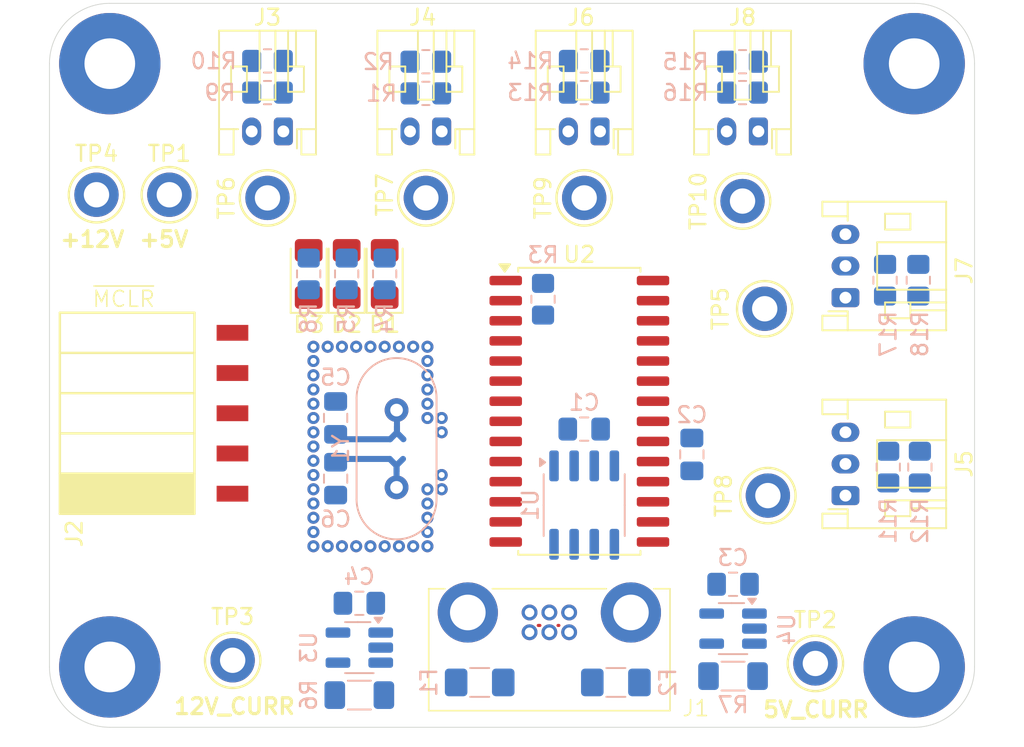
<source format=kicad_pcb>
(kicad_pcb (version 20240108) (generator "pcbnew") (generator_version "8.0")
  (layers (0 "F.Cu" signal) (31 "B.Cu" signal) (34 "B.Paste" user) (35 "F.Paste" user) (36 "B.SilkS" user "B.Silkscreen") (37 "F.SilkS" user "F.Silkscreen") (38 "B.Mask" user) (39 "F.Mask" user) (44 "Edge.Cuts" user))
  (net 0 "")
  (net 1 "GND")
  (net 2 "+5V")
  (net 3 "/MCU/OSC1")
  (net 4 "/MCU/OSC2")
  (net 5 "Net-(D1-A)")
  (net 6 "/MCU/LED_GREEN")
  (net 7 "/MCU/LED_YELLOW")
  (net 8 "Net-(D2-A)")
  (net 9 "Net-(D3-A)")
  (net 10 "/MCU/LED_RED")
  (net 11 "Net-(J1-Pin_6)")
  (net 12 "Net-(U3-IN+)")
  (net 13 "Net-(J1-Pin_5)")
  (net 14 "Net-(U4-IN+)")
  (net 15 "/MCU/ICSPCLK")
  (net 16 "/MCU/ICSPDAT")
  (net 17 "Net-(J3-Pin_1)")
  (net 18 "Net-(J4-Pin_1)")
  (net 19 "Net-(J5-Pin_2)")
  (net 20 "Net-(J6-Pin_1)")
  (net 21 "Net-(J7-Pin_2)")
  (net 22 "+12V")
  (net 23 "/MCU/~{MCLR}")
  (net 24 "/Analog Sensor Input/2ANALOG_1")
  (net 25 "/Analog Sensor Input/2ANALOG_2")
  (net 26 "/Analog Sensor Input/2ANALOG_3")
  (net 27 "/Analog Sensor Input/2ANALOG_4")
  (net 28 "/Analog Sensor Input/3ANALOG_1")
  (net 29 "/Analog Sensor Input/3ANALOG_2")
  (net 30 "/5V_CURR")
  (net 31 "/12V_CURR")
  (net 32 "CANL")
  (net 33 "/MCU/CAN_RX")
  (net 34 "CANH")
  (net 35 "/MCU/CAN_TX")
  (net 42 "Net-(J8-Pin_1)")
  (footprint "Connector_JST:JST_PH_S3B-PH-K_1x03_P2.00mm_Horizontal" (layer "F.Cu") (at 120.5 89 90)
    (property "Reference" "J5" (at 2 7.5 90) (layer "F.SilkS"))
    (property "Value" "Conn_01x03_Female")
    (pad "1" thru_hole roundrect (at 0 0 90) (size 1.2 1.75) (drill 0.75) (layers "*.Cu" "*.Mask") (roundrect_rratio 0.208333) (net 1 "GND"))
    (pad "2" thru_hole oval (at 2 0 90) (size 1.2 1.75) (drill 0.75) (layers "*.Cu" "*.Mask") (net 19 "Net-(J5-Pin_2)"))
    (pad "3" thru_hole oval (at 4 0 90) (size 1.2 1.75) (drill 0.75) (layers "*.Cu" "*.Mask") (net 2 "+5V"))
  )
  (footprint "Connector_JST:JST_PH_S2B-PH-K_1x02_P2.00mm_Horizontal" (layer "F.Cu") (at 95 66 180)
    (property "Reference" "J4" (at 1.2 7.2 0) (layer "F.SilkS"))
    (property "Value" "Conn_01x02_Female-Connector")
    (pad "1" thru_hole roundrect (at 0 0 180) (size 1.2 1.75) (drill 0.75) (layers "*.Cu" "*.Mask") (roundrect_rratio 0.208333) (net 18 "Net-(J4-Pin_1)"))
    (pad "2" thru_hole oval (at 2 0 180) (size 1.2 1.75) (drill 0.75) (layers "*.Cu" "*.Mask") (net 22 "+12V"))
  )
  (footprint "TestPoint:TestPoint_Keystone_5005-5009_Compact" (layer "F.Cu") (at 114 70.4)
    (property "Reference" "TP10" (at -2.8 0 90) (layer "F.SilkS"))
    (property "Value" "TestPoint")
    (pad "1" thru_hole circle (at 0 0) (size 2.8 2.8) (drill 1.6) (layers "*.Cu" "*.Mask") (net 27 "/Analog Sensor Input/2ANALOG_4"))
  )
  (footprint "LED_SMD:LED_1206_3216Metric_Pad1.42x1.75mm_HandSolder" (layer "F.Cu") (at 89 75 90)
    (property "Reference" "D2" (at -3.2 0 360) (layer "F.SilkS"))
    (property "Value" "WHITE")
    (pad "1" smd roundrect (at -1.4875 0 90) (size 1.425 1.75) (layers "F.Cu" "F.Paste" "F.Mask") (roundrect_rratio 0.175439) (net 7 "/MCU/LED_YELLOW"))
    (pad "2" smd roundrect (at 1.4875 0 90) (size 1.425 1.75) (layers "F.Cu" "F.Paste" "F.Mask") (roundrect_rratio 0.175439) (net 8 "Net-(D2-A)"))
  )
  (footprint "MountingHole:MountingHole_3.2mm_M3_Pad" (layer "F.Cu") (at 124.841 99.822)
    (property "Reference" "H3" (hide yes))
    (property "Value" "MountingHole_Pad")
    (pad "1" thru_hole circle (at 0 0) (size 6.4 6.4) (drill 3.2) (layers "*.Cu" "*.Mask") (net 1 "GND"))
  )
  (footprint "TestPoint:TestPoint_Keystone_5005-5009_Compact" (layer "F.Cu") (at 73.2 70)
    (property "Reference" "TP4" (at 0 -2.6 360) (layer "F.SilkS"))
    (property "Value" "TP_12V")
    (pad "1" thru_hole circle (at 0 0) (size 2.8 2.8) (drill 1.6) (layers "*.Cu" "*.Mask") (net 22 "+12V"))
  )
  (footprint "TestPoint:TestPoint_Keystone_5005-5009_Compact" (layer "F.Cu") (at 94 70.2)
    (property "Reference" "TP7" (at -2.6 -0.2 90) (layer "F.SilkS"))
    (property "Value" "TestPoint")
    (pad "1" thru_hole circle (at 0 0) (size 2.8 2.8) (drill 1.6) (layers "*.Cu" "*.Mask") (net 25 "/Analog Sensor Input/2ANALOG_2"))
  )
  (footprint "LED_SMD:LED_1206_3216Metric_Pad1.42x1.75mm_HandSolder" (layer "F.Cu") (at 86.6 75 90)
    (property "Reference" "D3" (at -3.2 0.02 360) (layer "F.SilkS"))
    (property "Value" "RED")
    (pad "1" smd roundrect (at -1.4875 0 90) (size 1.425 1.75) (layers "F.Cu" "F.Paste" "F.Mask") (roundrect_rratio 0.175439) (net 10 "/MCU/LED_RED"))
    (pad "2" smd roundrect (at 1.4875 0 90) (size 1.425 1.75) (layers "F.Cu" "F.Paste" "F.Mask") (roundrect_rratio 0.175439) (net 9 "Net-(D3-A)"))
  )
  (footprint "Connector_JST:JST_PH_S2B-PH-K_1x02_P2.00mm_Horizontal" (layer "F.Cu") (at 115 66 180)
    (property "Reference" "J8" (at 1 7.2 0) (layer "F.SilkS"))
    (property "Value" "Conn_01x02_Female-Connector")
    (pad "1" thru_hole roundrect (at 0 0 180) (size 1.2 1.75) (drill 0.75) (layers "*.Cu" "*.Mask") (roundrect_rratio 0.208333) (net 42 "Net-(J8-Pin_1)"))
    (pad "2" thru_hole oval (at 2 0 180) (size 1.2 1.75) (drill 0.75) (layers "*.Cu" "*.Mask") (net 22 "+12V"))
  )
  (footprint "MountingHole:MountingHole_3.2mm_M3_Pad" (layer "F.Cu") (at 74.041 61.722)
    (property "Reference" "H2" (hide yes))
    (property "Value" "+5V")
    (pad "1" thru_hole circle (at 0 0) (size 6.4 6.4) (drill 3.2) (layers "*.Cu" "*.Mask") (net 1 "GND"))
  )
  (footprint "Connector_JST:JST_PH_S2B-PH-K_1x02_P2.00mm_Horizontal" (layer "F.Cu") (at 85 66 180)
    (property "Reference" "J3" (at 1 7.2 0) (layer "F.SilkS"))
    (property "Value" "Conn_01x02_Female-Connector")
    (pad "1" thru_hole roundrect (at 0 0 180) (size 1.2 1.75) (drill 0.75) (layers "*.Cu" "*.Mask") (roundrect_rratio 0.208333) (net 17 "Net-(J3-Pin_1)"))
    (pad "2" thru_hole oval (at 2 0 180) (size 1.2 1.75) (drill 0.75) (layers "*.Cu" "*.Mask") (net 22 "+12V"))
  )
  (footprint "TestPoint:TestPoint_Keystone_5005-5009_Compact" (layer "F.Cu") (at 115.4 77.2)
    (property "Reference" "TP5" (at -2.8 0 90) (layer "F.SilkS"))
    (property "Value" "TestPoint")
    (pad "1" thru_hole circle (at 0 0) (size 2.8 2.8) (drill 1.6) (layers "*.Cu" "*.Mask") (net 28 "/Analog Sensor Input/3ANALOG_1"))
  )
  (footprint "TestPoint:TestPoint_Keystone_5005-5009_Compact" (layer "F.Cu") (at 118.6 99.6)
    (property "Reference" "TP2" (at 0 -2.75 0) (layer "F.SilkS"))
    (property "Value" "CURRAMP5V")
    (pad "1" thru_hole circle (at 0 0) (size 2.8 2.8) (drill 1.6) (layers "*.Cu" "*.Mask") (net 30 "/5V_CURR"))
  )
  (footprint "Connector_JST:JST_PH_S2B-PH-K_1x02_P2.00mm_Horizontal" (layer "F.Cu") (at 105 66 180)
    (property "Reference" "J6" (at 1.2 7.2 0) (layer "F.SilkS"))
    (property "Value" "Conn_01x02_Female-Connector")
    (pad "1" thru_hole roundrect (at 0 0 180) (size 1.2 1.75) (drill 0.75) (layers "*.Cu" "*.Mask") (roundrect_rratio 0.208333) (net 20 "Net-(J6-Pin_1)"))
    (pad "2" thru_hole oval (at 2 0 180) (size 1.2 1.75) (drill 0.75) (layers "*.Cu" "*.Mask") (net 22 "+12V"))
  )
  (footprint "Connector_JST:JST_PH_S3B-PH-K_1x03_P2.00mm_Horizontal" (layer "F.Cu") (at 120.5 76.5 90)
    (property "Reference" "J7" (at 1.7 7.5 90) (layer "F.SilkS"))
    (property "Value" "Conn_01x03_Female")
    (pad "1" thru_hole roundrect (at 0 0 90) (size 1.2 1.75) (drill 0.75) (layers "*.Cu" "*.Mask") (roundrect_rratio 0.208333) (net 1 "GND"))
    (pad "2" thru_hole oval (at 2 0 90) (size 1.2 1.75) (drill 0.75) (layers "*.Cu" "*.Mask") (net 21 "Net-(J7-Pin_2)"))
    (pad "3" thru_hole oval (at 4 0 90) (size 1.2 1.75) (drill 0.75) (layers "*.Cu" "*.Mask") (net 2 "+5V"))
  )
  (footprint "LED_SMD:LED_1206_3216Metric_Pad1.42x1.75mm_HandSolder" (layer "F.Cu") (at 91.4 75 90)
    (property "Reference" "D1" (at -3.2 0 360) (layer "F.SilkS"))
    (property "Value" "BLUE")
    (pad "1" smd roundrect (at -1.4875 0 90) (size 1.425 1.75) (layers "F.Cu" "F.Paste" "F.Mask") (roundrect_rratio 0.175439) (net 6 "/MCU/LED_GREEN"))
    (pad "2" smd roundrect (at 1.4875 0 90) (size 1.425 1.75) (layers "F.Cu" "F.Paste" "F.Mask") (roundrect_rratio 0.175439) (net 5 "Net-(D1-A)"))
  )
  (footprint "TestPoint:TestPoint_Keystone_5005-5009_Compact" (layer "F.Cu") (at 77.8 70)
    (property "Reference" "TP1" (at 0 -2.6 360) (layer "F.SilkS"))
    (property "Value" "TP_5V")
    (pad "1" thru_hole circle (at 0 0) (size 2.8 2.8) (drill 1.6) (layers "*.Cu" "*.Mask") (net 2 "+5V"))
  )
  (footprint "Canhw:connector_Harwin_G125–MG10605M4P" (layer "F.Cu") (at 101.8 96.381351)
    (property "Reference" "J1" (at 9.25 6.05 0) (layer "F.SilkS") (effects (font (thickness 0.1))))
    (property "Value" "CAN_Connector")
    (pad "" thru_hole circle (at -5.15 0) (size 3.8 3.8) (drill 2.25) (layers "*.Cu" "*.Mask"))
    (pad "" thru_hole circle (at 5.15 0) (size 3.8 3.8) (drill 2.25) (layers "*.Cu" "*.Mask"))
    (pad "1" thru_hole circle (at 1.25 0) (size 1 1) (drill 0.6) (layers "*.Cu" "*.Mask"))
    (pad "2" thru_hole circle (at 0 0) (size 1 1) (drill 0.6) (layers "*.Cu" "*.Mask") (net 32 "CANL"))
    (pad "3" thru_hole circle (at -1.25 0) (size 1 1) (drill 0.6) (layers "*.Cu" "*.Mask") (net 34 "CANH"))
    (pad "4" thru_hole circle (at 1.25 1.25) (size 1 1) (drill 0.6) (layers "*.Cu" "*.Mask") (net 1 "GND"))
    (pad "5" thru_hole circle (at 0 1.25) (size 1 1) (drill 0.6) (layers "*.Cu" "*.Mask") (net 13 "Net-(J1-Pin_5)"))
    (pad "6" thru_hole circle (at -1.25 1.25) (size 1 1) (drill 0.6) (layers "*.Cu" "*.Mask") (net 11 "Net-(J1-Pin_6)"))
  )
  (footprint "Package_SO:SOIC-28W_7.5x17.9mm_P1.27mm" (layer "F.Cu") (at 103.695 83.675)
    (property "Reference" "U2" (at 0 -9.9 360) (layer "F.SilkS"))
    (property "Value" "PIC18F26K83")
    (pad "1" smd roundrect (at -4.65 -8.255) (size 2.05 0.6) (layers "F.Cu" "F.Paste" "F.Mask") (net 23 "/MCU/~{MCLR}"))
    (pad "2" smd roundrect (at -4.65 -6.985) (size 2.05 0.6) (layers "F.Cu" "F.Paste" "F.Mask"))
    (pad "3" smd roundrect (at -4.65 -5.715) (size 2.05 0.6) (layers "F.Cu" "F.Paste" "F.Mask"))
    (pad "4" smd roundrect (at -4.65 -4.445) (size 2.05 0.6) (layers "F.Cu" "F.Paste" "F.Mask") (net 6 "/MCU/LED_GREEN"))
    (pad "5" smd roundrect (at -4.65 -3.175) (size 2.05 0.6) (layers "F.Cu" "F.Paste" "F.Mask") (net 7 "/MCU/LED_YELLOW"))
    (pad "6" smd roundrect (at -4.65 -1.905) (size 2.05 0.6) (layers "F.Cu" "F.Paste" "F.Mask") (net 10 "/MCU/LED_RED"))
    (pad "7" smd roundrect (at -4.65 -0.635) (size 2.05 0.6) (layers "F.Cu" "F.Paste" "F.Mask"))
    (pad "8" smd roundrect (at -4.65 0.635) (size 2.05 0.6) (layers "F.Cu" "F.Paste" "F.Mask") (net 1 "GND"))
    (pad "9" smd roundrect (at -4.65 1.905) (size 2.05 0.6) (layers "F.Cu" "F.Paste" "F.Mask") (net 3 "/MCU/OSC1"))
    (pad "10" smd roundrect (at -4.65 3.175) (size 2.05 0.6) (layers "F.Cu" "F.Paste" "F.Mask") (net 4 "/MCU/OSC2"))
    (pad "11" smd roundrect (at -4.65 4.445) (size 2.05 0.6) (layers "F.Cu" "F.Paste" "F.Mask") (net 33 "/MCU/CAN_RX"))
    (pad "12" smd roundrect (at -4.65 5.715) (size 2.05 0.6) (layers "F.Cu" "F.Paste" "F.Mask") (net 35 "/MCU/CAN_TX"))
    (pad "13" smd roundrect (at -4.65 6.985) (size 2.05 0.6) (layers "F.Cu" "F.Paste" "F.Mask") (net 31 "/12V_CURR"))
    (pad "14" smd roundrect (at -4.65 8.255) (size 2.05 0.6) (layers "F.Cu" "F.Paste" "F.Mask") (net 30 "/5V_CURR"))
    (pad "15" smd roundrect (at 4.65 8.255) (size 2.05 0.6) (layers "F.Cu" "F.Paste" "F.Mask"))
    (pad "16" smd roundrect (at 4.65 6.985) (size 2.05 0.6) (layers "F.Cu" "F.Paste" "F.Mask"))
    (pad "17" smd roundrect (at 4.65 5.715) (size 2.05 0.6) (layers "F.Cu" "F.Paste" "F.Mask"))
    (pad "18" smd roundrect (at 4.65 4.445) (size 2.05 0.6) (layers "F.Cu" "F.Paste" "F.Mask"))
    (pad "19" smd roundrect (at 4.65 3.175) (size 2.05 0.6) (layers "F.Cu" "F.Paste" "F.Mask") (net 1 "GND"))
    (pad "20" smd roundrect (at 4.65 1.905) (size 2.05 0.6) (layers "F.Cu" "F.Paste" "F.Mask") (net 2 "+5V"))
    (pad "21" smd roundrect (at 4.65 0.635) (size 2.05 0.6) (layers "F.Cu" "F.Paste" "F.Mask") (net 29 "/Analog Sensor Input/3ANALOG_2"))
    (pad "22" smd roundrect (at 4.65 -0.635) (size 2.05 0.6) (layers "F.Cu" "F.Paste" "F.Mask") (net 28 "/Analog Sensor Input/3ANALOG_1"))
    (pad "23" smd roundrect (at 4.65 -1.905) (size 2.05 0.6) (layers "F.Cu" "F.Paste" "F.Mask") (net 27 "/Analog Sensor Input/2ANALOG_4"))
    (pad "24" smd roundrect (at 4.65 -3.175) (size 2.05 0.6) (layers "F.Cu" "F.Paste" "F.Mask") (net 26 "/Analog Sensor Input/2ANALOG_3"))
    (pad "25" smd roundrect (at 4.65 -4.445) (size 2.05 0.6) (layers "F.Cu" "F.Paste" "F.Mask") (net 25 "/Analog Sensor Input/2ANALOG_2"))
    (pad "26" smd roundrect (at 4.65 -5.715) (size 2.05 0.6) (layers "F.Cu" "F.Paste" "F.Mask") (net 24 "/Analog Sensor Input/2ANALOG_1"))
    (pad "27" smd roundrect (at 4.65 -6.985) (size 2.05 0.6) (layers "F.Cu" "F.Paste" "F.Mask") (net 15 "/MCU/ICSPCLK"))
    (pad "28" smd roundrect (at 4.65 -8.255) (size 2.05 0.6) (layers "F.Cu" "F.Paste" "F.Mask") (net 16 "/MCU/ICSPDAT"))
  )
  (footprint "MountingHole:MountingHole_3.2mm_M3_Pad" (layer "F.Cu") (at 124.841 61.722)
    (property "Reference" "H1" (hide yes))
    (property "Value" "+5V")
    (pad "1" thru_hole circle (at 0 0) (size 6.4 6.4) (drill 3.2) (layers "*.Cu" "*.Mask") (net 1 "GND"))
  )
  (footprint "TestPoint:TestPoint_Keystone_5005-5009_Compact" (layer "F.Cu") (at 104 70.2)
    (property "Reference" "TP9" (at -2.6 0 90) (layer "F.SilkS"))
    (property "Value" "TestPoint")
    (pad "1" thru_hole circle (at 0 0) (size 2.8 2.8) (drill 1.6) (layers "*.Cu" "*.Mask") (net 26 "/Analog Sensor Input/2ANALOG_3"))
  )
  (footprint "TestPoint:TestPoint_Keystone_5005-5009_Compact" (layer "F.Cu") (at 115.6 89 90)
    (property "Reference" "TP8" (at 0 -2.8 90) (layer "F.SilkS"))
    (property "Value" "TestPoint")
    (pad "1" thru_hole circle (at 0 0 90) (size 2.8 2.8) (drill 1.6) (layers "*.Cu" "*.Mask") (net 29 "/Analog Sensor Input/3ANALOG_2"))
  )
  (footprint "Canhw:PinSocket_5x2.54_SMD_90deg_952-3198-1-ND" (layer "F.Cu") (at 81.7875 88.88 90)
    (property "Reference" "J2" (at -2.52 -9.9875 90) (layer "F.SilkS"))
    (property "Value" "Programming Header")
    (pad "1" smd rect (at 0 0 90) (size 1 2) (layers "F.Cu" "F.Paste" "F.Mask") (net 15 "/MCU/ICSPCLK"))
    (pad "2" smd rect (at 2.54 0 90) (size 1 2) (layers "F.Cu" "F.Paste" "F.Mask") (net 16 "/MCU/ICSPDAT"))
    (pad "3" smd rect (at 5.08 0 90) (size 1 2) (layers "F.Cu" "F.Paste" "F.Mask") (net 1 "GND"))
    (pad "4" smd rect (at 7.62 0 90) (size 1 2) (layers "F.Cu" "F.Paste" "F.Mask") (net 2 "+5V"))
    (pad "5" smd rect (at 10.16 0 90) (size 1 2) (layers "F.Cu" "F.Paste" "F.Mask") (net 23 "/MCU/~{MCLR}"))
  )
  (footprint "TestPoint:TestPoint_Keystone_5005-5009_Compact" (layer "F.Cu") (at 81.8 99.4)
    (property "Reference" "TP3" (at 0 -2.75 0) (layer "F.SilkS"))
    (property "Value" "CURRAMP12V")
    (pad "1" thru_hole circle (at 0 0) (size 2.8 2.8) (drill 1.6) (layers "*.Cu" "*.Mask") (net 31 "/12V_CURR"))
  )
  (footprint "TestPoint:TestPoint_Keystone_5005-5009_Compact" (layer "F.Cu") (at 84 70.2)
    (property "Reference" "TP6" (at -2.6 0 -90) (layer "F.SilkS"))
    (property "Value" "TestPoint")
    (pad "1" thru_hole circle (at 0 0) (size 2.8 2.8) (drill 1.6) (layers "*.Cu" "*.Mask") (net 24 "/Analog Sensor Input/2ANALOG_1"))
  )
  (footprint "MountingHole:MountingHole_3.2mm_M3_Pad" (layer "F.Cu") (at 74.041 99.822)
    (property "Reference" "H4" (hide yes))
    (property "Value" "MountingHole_Pad")
    (pad "1" thru_hole circle (at 0 0) (size 6.4 6.4) (drill 3.2) (layers "*.Cu" "*.Mask") (net 1 "GND"))
  )
  (footprint "Resistor_SMD:R_0805_2012Metric_Pad1.20x1.40mm_HandSolder" (layer "B.Cu") (at 89 75 -90)
    (property "Reference" "R5" (at 2.8 0 90) (layer "B.SilkS") (effects (justify mirror)))
    (property "Value" "220R")
    (pad "1" smd roundrect (at -1 0 270) (size 1.2 1.4) (layers "B.Cu" "B.Paste" "B.Mask") (roundrect_rratio 0.208333) (net 8 "Net-(D2-A)"))
    (pad "2" smd roundrect (at 1 0 270) (size 1.2 1.4) (layers "B.Cu" "B.Paste" "B.Mask") (roundrect_rratio 0.208333) (net 2 "+5V"))
  )
  (footprint "Resistor_SMD:R_0805_2012Metric_Pad1.20x1.40mm_HandSolder" (layer "B.Cu") (at 101.4 76.6 90)
    (property "Reference" "R3" (at 2.8 0 360) (layer "B.SilkS") (effects (justify mirror)))
    (property "Value" "10K")
    (pad "1" smd roundrect (at -1 0 90) (size 1.2 1.4) (layers "B.Cu" "B.Paste" "B.Mask") (roundrect_rratio 0.208333) (net 2 "+5V"))
    (pad "2" smd roundrect (at 1 0 90) (size 1.2 1.4) (layers "B.Cu" "B.Paste" "B.Mask") (roundrect_rratio 0.208333) (net 23 "/MCU/~{MCLR}"))
  )
  (footprint "Resistor_SMD:R_0805_2012Metric_Pad1.20x1.40mm_HandSolder" (layer "B.Cu") (at 94 61.6)
    (property "Reference" "R2" (at -3 0 360) (layer "B.SilkS") (effects (justify mirror)))
    (property "Value" "TBD")
    (pad "1" smd roundrect (at -1 0) (size 1.2 1.4) (layers "B.Cu" "B.Paste" "B.Mask") (roundrect_rratio 0.208333) (net 25 "/Analog Sensor Input/2ANALOG_2"))
    (pad "2" smd roundrect (at 1 0) (size 1.2 1.4) (layers "B.Cu" "B.Paste" "B.Mask") (roundrect_rratio 0.208333) (net 1 "GND"))
  )
  (footprint "Resistor_SMD:R_0805_2012Metric_Pad1.20x1.40mm_HandSolder" (layer "B.Cu") (at 125.2 87.2 90)
    (property "Reference" "R12" (at -3.4 0 90) (layer "B.SilkS") (effects (justify mirror)))
    (property "Value" "TBD")
    (pad "1" smd roundrect (at -1 0 90) (size 1.2 1.4) (layers "B.Cu" "B.Paste" "B.Mask") (roundrect_rratio 0.208333) (net 29 "/Analog Sensor Input/3ANALOG_2"))
    (pad "2" smd roundrect (at 1 0 90) (size 1.2 1.4) (layers "B.Cu" "B.Paste" "B.Mask") (roundrect_rratio 0.208333) (net 1 "GND"))
  )
  (footprint "Package_TO_SOT_SMD:SOT-23-5_HandSoldering" (layer "B.Cu") (at 113.4 97.4 180)
    (property "Reference" "U4" (at -3.4 -0.05 90) (layer "B.SilkS") (effects (justify mirror)))
    (property "Value" "INA180")
    (pad "1" smd roundrect (at -1.35 0.95 180) (size 1.56 0.65) (layers "B.Cu" "B.Paste" "B.Mask") (net 30 "/5V_CURR"))
    (pad "2" smd roundrect (at -1.35 0 180) (size 1.56 0.65) (layers "B.Cu" "B.Paste" "B.Mask") (net 1 "GND"))
    (pad "3" smd roundrect (at -1.35 -0.95 180) (size 1.56 0.65) (layers "B.Cu" "B.Paste" "B.Mask") (net 14 "Net-(U4-IN+)"))
    (pad "4" smd roundrect (at 1.35 -0.95 180) (size 1.56 0.65) (layers "B.Cu" "B.Paste" "B.Mask") (net 2 "+5V"))
    (pad "5" smd roundrect (at 1.35 0.95 180) (size 1.56 0.65) (layers "B.Cu" "B.Paste" "B.Mask") (net 2 "+5V"))
  )
  (footprint "Resistor_SMD:R_0805_2012Metric_Pad1.20x1.40mm_HandSolder" (layer "B.Cu") (at 84 61.55)
    (property "Reference" "R10" (at -3.4 0 360) (layer "B.SilkS") (effects (justify mirror)))
    (property "Value" "TBD")
    (pad "1" smd roundrect (at -1 0) (size 1.2 1.4) (layers "B.Cu" "B.Paste" "B.Mask") (roundrect_rratio 0.208333) (net 24 "/Analog Sensor Input/2ANALOG_1"))
    (pad "2" smd roundrect (at 1 0) (size 1.2 1.4) (layers "B.Cu" "B.Paste" "B.Mask") (roundrect_rratio 0.208333) (net 1 "GND"))
  )
  (footprint "Resistor_SMD:R_0805_2012Metric_Pad1.20x1.40mm_HandSolder" (layer "B.Cu") (at 123.2 87.2 -90)
    (property "Reference" "R11" (at 3.4 0 90) (layer "B.SilkS") (effects (justify mirror)))
    (property "Value" "TBD")
    (pad "1" smd roundrect (at -1 0 270) (size 1.2 1.4) (layers "B.Cu" "B.Paste" "B.Mask") (roundrect_rratio 0.208333) (net 19 "Net-(J5-Pin_2)"))
    (pad "2" smd roundrect (at 1 0 270) (size 1.2 1.4) (layers "B.Cu" "B.Paste" "B.Mask") (roundrect_rratio 0.208333) (net 29 "/Analog Sensor Input/3ANALOG_2"))
  )
  (footprint "Resistor_SMD:R_0805_2012Metric_Pad1.20x1.40mm_HandSolder" (layer "B.Cu") (at 123 75.4 -90)
    (property "Reference" "R17" (at 3.4 -0.2 90) (layer "B.SilkS") (effects (justify mirror)))
    (property "Value" "TBD")
    (pad "1" smd roundrect (at -1 0 270) (size 1.2 1.4) (layers "B.Cu" "B.Paste" "B.Mask") (roundrect_rratio 0.208333) (net 21 "Net-(J7-Pin_2)"))
    (pad "2" smd roundrect (at 1 0 270) (size 1.2 1.4) (layers "B.Cu" "B.Paste" "B.Mask") (roundrect_rratio 0.208333) (net 28 "/Analog Sensor Input/3ANALOG_1"))
  )
  (footprint "Capacitor_SMD:C_0805_2012Metric_Pad1.18x1.45mm_HandSolder" (layer "B.Cu") (at 113.4 94.6 180)
    (property "Reference" "C3" (at 0 1.68 360) (layer "B.SilkS") (effects (justify mirror)))
    (property "Value" "0.1uF")
    (pad "1" smd roundrect (at -1.0375 0 180) (size 1.175 1.45) (layers "B.Cu" "B.Paste" "B.Mask") (roundrect_rratio 0.212766) (net 1 "GND"))
    (pad "2" smd roundrect (at 1.0375 0 180) (size 1.175 1.45) (layers "B.Cu" "B.Paste" "B.Mask") (roundrect_rratio 0.212766) (net 2 "+5V"))
  )
  (footprint "Capacitor_SMD:C_0805_2012Metric_Pad1.18x1.45mm_HandSolder" (layer "B.Cu") (at 110.8 86.4 90)
    (property "Reference" "C2" (at 2.5 0 360) (layer "B.SilkS") (effects (justify mirror)))
    (property "Value" "0.1uF")
    (pad "1" smd roundrect (at -1.0375 0 90) (size 1.175 1.45) (layers "B.Cu" "B.Paste" "B.Mask") (roundrect_rratio 0.212766) (net 1 "GND"))
    (pad "2" smd roundrect (at 1.0375 0 90) (size 1.175 1.45) (layers "B.Cu" "B.Paste" "B.Mask") (roundrect_rratio 0.212766) (net 2 "+5V"))
  )
  (footprint "Resistor_SMD:R_0805_2012Metric_Pad1.20x1.40mm_HandSolder" (layer "B.Cu") (at 104 61.55)
    (property "Reference" "R14" (at -3.4 0 360) (layer "B.SilkS") (effects (justify mirror)))
    (property "Value" "TBD")
    (pad "1" smd roundrect (at -1 0) (size 1.2 1.4) (layers "B.Cu" "B.Paste" "B.Mask") (roundrect_rratio 0.208333) (net 26 "/Analog Sensor Input/2ANALOG_3"))
    (pad "2" smd roundrect (at 1 0) (size 1.2 1.4) (layers "B.Cu" "B.Paste" "B.Mask") (roundrect_rratio 0.208333) (net 1 "GND"))
  )
  (footprint "Resistor_SMD:R_0805_2012Metric_Pad1.20x1.40mm_HandSolder" (layer "B.Cu") (at 104 63.55 180)
    (property "Reference" "R13" (at 3.4 0 360) (layer "B.SilkS") (effects (justify mirror)))
    (property "Value" "TBD")
    (pad "1" smd roundrect (at -1 0 180) (size 1.2 1.4) (layers "B.Cu" "B.Paste" "B.Mask") (roundrect_rratio 0.208333) (net 20 "Net-(J6-Pin_1)"))
    (pad "2" smd roundrect (at 1 0 180) (size 1.2 1.4) (layers "B.Cu" "B.Paste" "B.Mask") (roundrect_rratio 0.208333) (net 26 "/Analog Sensor Input/2ANALOG_3"))
  )
  (footprint "Resistor_SMD:R_0805_2012Metric_Pad1.20x1.40mm_HandSolder" (layer "B.Cu") (at 84 63.55 180)
    (property "Reference" "R9" (at 3 0 360) (layer "B.SilkS") (effects (justify mirror)))
    (property "Value" "TBD")
    (pad "1" smd roundrect (at -1 0 180) (size 1.2 1.4) (layers "B.Cu" "B.Paste" "B.Mask") (roundrect_rratio 0.208333) (net 17 "Net-(J3-Pin_1)"))
    (pad "2" smd roundrect (at 1 0 180) (size 1.2 1.4) (layers "B.Cu" "B.Paste" "B.Mask") (roundrect_rratio 0.208333) (net 24 "/Analog Sensor Input/2ANALOG_1"))
  )
  (footprint "Resistor_SMD:R_0805_2012Metric_Pad1.20x1.40mm_HandSolder" (layer "B.Cu") (at 125.1 75.4 90)
    (property "Reference" "R18" (at -3.4 0.1 90) (layer "B.SilkS") (effects (justify mirror)))
    (property "Value" "TBD")
    (pad "1" smd roundrect (at -1 0 90) (size 1.2 1.4) (layers "B.Cu" "B.Paste" "B.Mask") (roundrect_rratio 0.208333) (net 28 "/Analog Sensor Input/3ANALOG_1"))
    (pad "2" smd roundrect (at 1 0 90) (size 1.2 1.4) (layers "B.Cu" "B.Paste" "B.Mask") (roundrect_rratio 0.208333) (net 1 "GND"))
  )
  (footprint "Capacitor_SMD:C_0805_2012Metric_Pad1.18x1.45mm_HandSolder" (layer "B.Cu") (at 104 84.8 180)
    (property "Reference" "C1" (at 0 1.68 0) (layer "B.SilkS") (effects (justify mirror)))
    (property "Value" "10uF")
    (pad "1" smd roundrect (at -1.0375 0 180) (size 1.175 1.45) (layers "B.Cu" "B.Paste" "B.Mask") (roundrect_rratio 0.212766) (net 2 "+5V"))
    (pad "2" smd roundrect (at 1.0375 0 180) (size 1.175 1.45) (layers "B.Cu" "B.Paste" "B.Mask") (roundrect_rratio 0.212766) (net 1 "GND"))
  )
  (footprint "Capacitor_SMD:C_0805_2012Metric_Pad1.18x1.45mm_HandSolder" (layer "B.Cu") (at 88.302221 84.093973 90)
    (property "Reference" "C5" (at 2.5625 0 360) (layer "B.SilkS") (effects (justify mirror)))
    (property "Value" "27pF")
    (pad "1" smd roundrect (at -1.0375 0 90) (size 1.175 1.45) (layers "B.Cu" "B.Paste" "B.Mask") (roundrect_rratio 0.212766) (net 3 "/MCU/OSC1"))
    (pad "2" smd roundrect (at 1.0375 0 90) (size 1.175 1.45) (layers "B.Cu" "B.Paste" "B.Mask") (roundrect_rratio 0.212766) (net 1 "GND"))
  )
  (footprint "Resistor_SMD:R_0805_2012Metric_Pad1.20x1.40mm_HandSolder" (layer "B.Cu") (at 114 61.6 180)
    (property "Reference" "R15" (at 3.6 0 360) (layer "B.SilkS") (effects (justify mirror)))
    (property "Value" "TBD")
    (pad "1" smd roundrect (at -1 0 180) (size 1.2 1.4) (layers "B.Cu" "B.Paste" "B.Mask") (roundrect_rratio 0.208333) (net 42 "Net-(J8-Pin_1)"))
    (pad "2" smd roundrect (at 1 0 180) (size 1.2 1.4) (layers "B.Cu" "B.Paste" "B.Mask") (roundrect_rratio 0.208333) (net 27 "/Analog Sensor Input/2ANALOG_4"))
  )
  (footprint "Crystal:Crystal_HC49-4H_Vertical" (layer "B.Cu") (at 92.150321 83.599773 -90)
    (property "Reference" "Y1" (at 2.44 3.525 90) (layer "B.SilkS") (effects (justify mirror)))
    (property "Value" "Crystal")
    (pad "1" thru_hole circle (at 0 0 270) (size 1.5 1.5) (drill 0.8) (layers "*.Cu" "*.Mask") (net 3 "/MCU/OSC1"))
    (pad "2" thru_hole circle (at 4.88 0 270) (size 1.5 1.5) (drill 0.8) (layers "*.Cu" "*.Mask") (net 4 "/MCU/OSC2"))
  )
  (footprint "Resistor_SMD:R_0805_2012Metric_Pad1.20x1.40mm_HandSolder" (layer "B.Cu") (at 91.4 75 -90)
    (property "Reference" "R4" (at 2.8 0 90) (layer "B.SilkS") (effects (justify mirror)))
    (property "Value" "180R")
    (pad "1" smd roundrect (at -1 0 270) (size 1.2 1.4) (layers "B.Cu" "B.Paste" "B.Mask") (roundrect_rratio 0.208333) (net 5 "Net-(D1-A)"))
    (pad "2" smd roundrect (at 1 0 270) (size 1.2 1.4) (layers "B.Cu" "B.Paste" "B.Mask") (roundrect_rratio 0.208333) (net 2 "+5V"))
  )
  (footprint "Resistor_SMD:R_0805_2012Metric_Pad1.20x1.40mm_HandSolder" (layer "B.Cu") (at 86.6 75 -90)
    (property "Reference" "R8" (at 2.8 0 90) (layer "B.SilkS") (effects (justify mirror)))
    (property "Value" "300R")
    (pad "1" smd roundrect (at -1 0 270) (size 1.2 1.4) (layers "B.Cu" "B.Paste" "B.Mask") (roundrect_rratio 0.208333) (net 9 "Net-(D3-A)"))
    (pad "2" smd roundrect (at 1 0 270) (size 1.2 1.4) (layers "B.Cu" "B.Paste" "B.Mask") (roundrect_rratio 0.208333) (net 2 "+5V"))
  )
  (footprint "Resistor_SMD:R_0805_2012Metric_Pad1.20x1.40mm_HandSolder" (layer "B.Cu") (at 94 63.6 180)
    (property "Reference" "R1" (at 2.8 0 360) (layer "B.SilkS") (effects (justify mirror)))
    (property "Value" "TBD")
    (pad "1" smd roundrect (at -1 0 180) (size 1.2 1.4) (layers "B.Cu" "B.Paste" "B.Mask") (roundrect_rratio 0.208333) (net 18 "Net-(J4-Pin_1)"))
    (pad "2" smd roundrect (at 1 0 180) (size 1.2 1.4) (layers "B.Cu" "B.Paste" "B.Mask") (roundrect_rratio 0.208333) (net 25 "/Analog Sensor Input/2ANALOG_2"))
  )
  (footprint "Fuse:Fuse_1206_3216Metric_Pad1.42x1.75mm_HandSolder" (layer "B.Cu") (at 106 100.8 180)
    (property "Reference" "F2" (at -3.2875 0 90) (layer "B.SilkS") (effects (justify mirror)))
    (property "Value" "350mA")
    (pad "1" smd roundrect (at -1.4875 0 180) (size 1.425 1.75) (layers "B.Cu" "B.Paste" "B.Mask") (roundrect_rratio 0.175439) (net 14 "Net-(U4-IN+)"))
    (pad "2" smd roundrect (at 1.4875 0 180) (size 1.425 1.75) (layers "B.Cu" "B.Paste" "B.Mask") (roundrect_rratio 0.175439) (net 13 "Net-(J1-Pin_5)"))
  )
  (footprint "Fuse:Fuse_1206_3216Metric_Pad1.42x1.75mm_HandSolder" (layer "B.Cu") (at 97.4 100.8)
    (property "Reference" "F1" (at -3.2 0 90) (layer "B.SilkS") (effects (justify mirror)))
    (property "Value" "350mA")
    (pad "1" smd roundrect (at -1.4875 0) (size 1.425 1.75) (layers "B.Cu" "B.Paste" "B.Mask") (roundrect_rratio 0.175439) (net 12 "Net-(U3-IN+)"))
    (pad "2" smd roundrect (at 1.4875 0) (size 1.425 1.75) (layers "B.Cu" "B.Paste" "B.Mask") (roundrect_rratio 0.175439) (net 11 "Net-(J1-Pin_6)"))
  )
  (footprint "Resistor_SMD:R_1206_3216Metric_Pad1.30x1.75mm_HandSolder" (layer "B.Cu") (at 89.8 101.6)
    (property "Reference" "R6" (at -3.2 0 90) (layer "B.SilkS") (effects (justify mirror)))
    (property "Value" "130mR")
    (pad "1" smd roundrect (at -1.55 0) (size 1.3 1.75) (layers "B.Cu" "B.Paste" "B.Mask") (roundrect_rratio 0.192308) (net 22 "+12V"))
    (pad "2" smd roundrect (at 1.55 0) (size 1.3 1.75) (layers "B.Cu" "B.Paste" "B.Mask") (roundrect_rratio 0.192308) (net 12 "Net-(U3-IN+)"))
  )
  (footprint "Resistor_SMD:R_0805_2012Metric_Pad1.20x1.40mm_HandSolder" (layer "B.Cu") (at 114 63.55)
    (property "Reference" "R16" (at -3.6 0 360) (layer "B.SilkS") (effects (justify mirror)))
    (property "Value" "TBD")
    (pad "1" smd roundrect (at -1 0) (size 1.2 1.4) (layers "B.Cu" "B.Paste" "B.Mask") (roundrect_rratio 0.208333) (net 27 "/Analog Sensor Input/2ANALOG_4"))
    (pad "2" smd roundrect (at 1 0) (size 1.2 1.4) (layers "B.Cu" "B.Paste" "B.Mask") (roundrect_rratio 0.208333) (net 1 "GND"))
  )
  (footprint "Capacitor_SMD:C_0805_2012Metric_Pad1.18x1.45mm_HandSolder" (layer "B.Cu") (at 88.302221 87.929373 -90)
    (property "Reference" "C6" (at 2.5625 0 360) (layer "B.SilkS") (effects (justify mirror)))
    (property "Value" "27pF")
    (pad "1" smd roundrect (at -1.0375 0 270) (size 1.175 1.45) (layers "B.Cu" "B.Paste" "B.Mask") (roundrect_rratio 0.212766) (net 4 "/MCU/OSC2"))
    (pad "2" smd roundrect (at 1.0375 0 270) (size 1.175 1.45) (layers "B.Cu" "B.Paste" "B.Mask") (roundrect_rratio 0.212766) (net 1 "GND"))
  )
  (footprint "Resistor_SMD:R_1206_3216Metric_Pad1.30x1.75mm_HandSolder" (layer "B.Cu") (at 113.4 100.4)
    (property "Reference" "R7" (at 0 1.82 360) (layer "B.SilkS") (effects (justify mirror)))
    (property "Value" "130mR")
    (pad "1" smd roundrect (at -1.55 0) (size 1.3 1.75) (layers "B.Cu" "B.Paste" "B.Mask") (roundrect_rratio 0.192308) (net 2 "+5V"))
    (pad "2" smd roundrect (at 1.55 0) (size 1.3 1.75) (layers "B.Cu" "B.Paste" "B.Mask") (roundrect_rratio 0.192308) (net 14 "Net-(U4-IN+)"))
  )
  (footprint "Package_TO_SOT_SMD:SOT-23-5_HandSoldering" (layer "B.Cu") (at 89.8 98.6 180)
    (property "Reference" "U3" (at 3.2 0 90) (layer "B.SilkS") (effects (justify mirror)))
    (property "Value" "INA180")
    (pad "1" smd roundrect (at -1.35 0.95 180) (size 1.56 0.65) (layers "B.Cu" "B.Paste" "B.Mask") (net 31 "/12V_CURR"))
    (pad "2" smd roundrect (at -1.35 0 180) (size 1.56 0.65) (layers "B.Cu" "B.Paste" "B.Mask") (net 1 "GND"))
    (pad "3" smd roundrect (at -1.35 -0.95 180) (size 1.56 0.65) (layers "B.Cu" "B.Paste" "B.Mask") (net 12 "Net-(U3-IN+)"))
    (pad "4" smd roundrect (at 1.35 -0.95 180) (size 1.56 0.65) (layers "B.Cu" "B.Paste" "B.Mask") (net 22 "+12V"))
    (pad "5" smd roundrect (at 1.35 0.95 180) (size 1.56 0.65) (layers "B.Cu" "B.Paste" "B.Mask") (net 2 "+5V"))
  )
  (footprint "Package_SO:SOIC-8_3.9x4.9mm_P1.27mm" (layer "B.Cu") (at 104 89.6 -90)
    (property "Reference" "U1" (at 0 3.4 90) (layer "B.SilkS") (effects (justify mirror)))
    (property "Value" "MCP2562")
    (pad "1" smd roundrect (at -2.475 1.905 270) (size 1.95 0.6) (layers "B.Cu" "B.Paste" "B.Mask") (net 35 "/MCU/CAN_TX"))
    (pad "2" smd roundrect (at -2.475 0.635 270) (size 1.95 0.6) (layers "B.Cu" "B.Paste" "B.Mask") (net 1 "GND"))
    (pad "3" smd roundrect (at -2.475 -0.635 270) (size 1.95 0.6) (layers "B.Cu" "B.Paste" "B.Mask") (net 2 "+5V"))
    (pad "4" smd roundrect (at -2.475 -1.905 270) (size 1.95 0.6) (layers "B.Cu" "B.Paste" "B.Mask") (net 33 "/MCU/CAN_RX"))
    (pad "5" smd roundrect (at 2.475 -1.905 270) (size 1.95 0.6) (layers "B.Cu" "B.Paste" "B.Mask") (net 2 "+5V"))
    (pad "6" smd roundrect (at 2.475 -0.635 270) (size 1.95 0.6) (layers "B.Cu" "B.Paste" "B.Mask") (net 32 "CANL"))
    (pad "7" smd roundrect (at 2.475 0.635 270) (size 1.95 0.6) (layers "B.Cu" "B.Paste" "B.Mask") (net 34 "CANH"))
    (pad "8" smd roundrect (at 2.475 1.905 270) (size 1.95 0.6) (layers "B.Cu" "B.Paste" "B.Mask") (net 1 "GND"))
  )
  (footprint "Capacitor_SMD:C_0805_2012Metric_Pad1.18x1.45mm_HandSolder" (layer "B.Cu") (at 89.8 95.8 180)
    (property "Reference" "C4" (at 0 1.68 360) (layer "B.SilkS") (effects (justify mirror)))
    (property "Value" "0.1 uF")
    (pad "1" smd roundrect (at -1.0375 0 180) (size 1.175 1.45) (layers "B.Cu" "B.Paste" "B.Mask") (roundrect_rratio 0.212766) (net 1 "GND"))
    (pad "2" smd roundrect (at 1.0375 0 180) (size 1.175 1.45) (layers "B.Cu" "B.Paste" "B.Mask") (roundrect_rratio 0.212766) (net 2 "+5V"))
  )
  (gr_arc (start 128.651 99.822) (mid 127.535077 102.516077) (end 124.841 103.632) (stroke (width 0.05)) (layer "Edge.Cuts"))
  (gr_arc (start 70.231 61.722) (mid 71.346923 59.027923) (end 74.041 57.912) (stroke (width 0.05)) (layer "Edge.Cuts"))
  (gr_line (start 74.041 103.632) (end 124.841 103.632) (stroke (width 0.05)) (layer "Edge.Cuts"))
  (gr_line (start 128.651 99.822) (end 128.651 61.722) (stroke (width 0.05)) (layer "Edge.Cuts"))
  (gr_arc (start 74.041 103.632) (mid 71.346923 102.516077) (end 70.231 99.822) (stroke (width 0.05)) (layer "Edge.Cuts"))
  (gr_line (start 74.041 57.912) (end 124.841 57.912) (stroke (width 0.05)) (layer "Edge.Cuts"))
  (gr_arc (start 124.841 57.912) (mid 127.535077 59.027923) (end 128.651 61.722) (stroke (width 0.05)) (layer "Edge.Cuts"))
  (gr_line (start 70.231 99.822) (end 70.231 61.722) (stroke (width 0.05)) (layer "Edge.Cuts"))
  (gr_text "+12V\n" (at 70.8 73.4 0) (layer "F.SilkS") (effects (font (size 1 1) (thickness 0.2) (bold yes)) (justify left bottom)))
  (gr_text "12V_CURR" (at 78 102.9 0) (layer "F.SilkS") (effects (font (size 1 1) (thickness 0.2) (bold yes)) (justify left bottom)))
  (gr_text "+5V" (at 75.8 73.4 0) (layer "F.SilkS") (effects (font (size 1 1) (thickness 0.2) (bold yes)) (justify left bottom)))
  (gr_text "~{MCLR}" (at 72.88 77.17 0) (layer "F.SilkS") (effects (font (size 1 1) (thickness 0.1)) (justify left bottom)))
  (gr_text "5V_CURR\n" (at 115.2 103.1 0) (layer "F.SilkS") (effects (font (size 1 1) (thickness 0.2) (bold yes)) (justify left bottom)))
  (via (at 95 85) (size 0.762) (drill 0.381) (layers "F.Cu" "B.Cu") (net 1))
  (via (at 94.100005 79.6) (size 0.762) (drill 0.381) (layers "F.Cu" "B.Cu") (net 1))
  (via (at 93.200004 79.6) (size 0.762) (drill 0.381) (layers "F.Cu" "B.Cu") (net 1))
  (via (at 89.6 79.6) (size 0.762) (drill 0.381) (layers "F.Cu" "B.Cu") (net 1))
  (via (at 94.100005 89.500011) (size 0.762) (drill 0.381) (layers "F.Cu" "B.Cu") (net 1))
  (via (at 90.500001 79.6) (size 0.762) (drill 0.381) (layers "F.Cu" "B.Cu") (net 1))
  (via (at 88.699999 79.6) (size 0.762) (drill 0.381) (layers "F.Cu" "B.Cu") (net 1))
  (via (at 86.899997 91.300013) (size 0.762) (drill 0.381) (layers "F.Cu" "B.Cu") (net 1))
  (via (at 91.400002 79.6) (size 0.762) (drill 0.381) (layers "F.Cu" "B.Cu") (net 1))
  (via (at 87.799998 79.6) (size 0.762) (drill 0.381) (layers "F.Cu" "B.Cu") (net 1))
  (via (at 86.899997 87.700009) (size 0.762) (drill 0.381) (layers "F.Cu" "B.Cu") (net 1))
  (via (at 93.200004 92.200014) (size 0.762) (drill 0.381) (layers "F.Cu" "B.Cu") (net 1))
  (via (at 94.100005 88.60001) (size 0.762) (drill 0.381) (layers "F.Cu" "B.Cu") (net 1))
  (via (at 95.000006 87.700009) (size 0.762) (drill 0.381) (layers "F.Cu" "B.Cu") (net 1))
  (via (at 91.400002 92.200014) (size 0.762) (drill 0.381) (layers "F.Cu" "B.Cu") (net 1))
  (via (at 94.100005 84.100005) (size 0.762) (drill 0.381) (layers "F.Cu" "B.Cu") (net 1))
  (via (at 86.899997 85.000006) (size 0.762) (drill 0.381) (layers "F.Cu" "B.Cu") (net 1))
  (via (at 86.899997 82.300003) (size 0.762) (drill 0.381) (layers "F.Cu" "B.Cu") (net 1))
  (via (at 86.899997 86.800008) (size 0.762) (drill 0.381) (layers "F.Cu" "B.Cu") (net 1))
  (via (at 86.899997 92.200014) (size 0.762) (drill 0.381) (layers "F.Cu" "B.Cu") (net 1))
  (via (at 88.699999 92.200014) (size 0.762) (drill 0.381) (layers "F.Cu" "B.Cu") (net 1))
  (via (at 92.300003 79.6) (size 0.762) (drill 0.381) (layers "F.Cu" "B.Cu") (net 1))
  (via (at 94.100005 82.300003) (size 0.762) (drill 0.381) (layers "F.Cu" "B.Cu") (net 1))
  (via (at 86.899997 90.400012) (size 0.762) (drill 0.381) (layers "F.Cu" "B.Cu") (net 1))
  (via (at 94.100005 81.400002) (size 0.762) (drill 0.381) (layers "F.Cu" "B.Cu") (net 1))
  (via (at 95.000006 84.100005) (size 0.762) (drill 0.381) (layers "F.Cu" "B.Cu") (net 1))
  (via (at 86.899997 79.6) (size 0.762) (drill 0.381) (layers "F.Cu" "B.Cu") (net 1))
  (via (at 89.6 92.200014) (size 0.762) (drill 0.381) (layers "F.Cu" "B.Cu") (net 1))
  (via (at 94.100005 83.200004) (size 0.762) (drill 0.381) (layers "F.Cu" "B.Cu") (net 1))
  (via (at 86.899997 89.500011) (size 0.762) (drill 0.381) (layers "F.Cu" "B.Cu") (net 1))
  (via (at 86.899997 83.200004) (size 0.762) (drill 0.381) (layers "F.Cu" "B.Cu") (net 1))
  (via (at 94.100005 92.200014) (size 0.762) (drill 0.381) (layers "F.Cu" "B.Cu") (net 1))
  (via (at 92.300003 92.200014) (size 0.762) (drill 0.381) (layers "F.Cu" "B.Cu") (net 1))
  (via (at 90.500001 92.200014) (size 0.762) (drill 0.381) (layers "F.Cu" "B.Cu") (net 1))
  (via (at 86.899997 85.900007) (size 0.762) (drill 0.381) (layers "F.Cu" "B.Cu") (net 1))
  (via (at 86.899997 81.400002) (size 0.762) (drill 0.381) (layers "F.Cu" "B.Cu") (net 1))
  (via (at 86.899997 84.100005) (size 0.762) (drill 0.381) (layers "F.Cu" "B.Cu") (net 1))
  (via (at 95.000006 88.60001) (size 0.762) (drill 0.381) (layers "F.Cu" "B.Cu") (net 1))
  (via (at 94.100005 91.300013) (size 0.762) (drill 0.381) (layers "F.Cu" "B.Cu") (net 1))
  (via (at 94.100005 90.400012) (size 0.762) (drill 0.381) (layers "F.Cu" "B.Cu") (net 1))
  (via (at 87.799998 92.200014) (size 0.762) (drill 0.381) (layers "F.Cu" "B.Cu") (net 1))
  (via (at 86.899997 80.500001) (size 0.762) (drill 0.381) (layers "F.Cu" "B.Cu") (net 1))
  (via (at 94.100005 80.500001) (size 0.762) (drill 0.381) (layers "F.Cu" "B.Cu") (net 1))
  (via (at 86.899997 88.60001) (size 0.762) (drill 0.381) (layers "F.Cu" "B.Cu") (net 1))
  (segment (start 91.743921 85.440173) (end 92.175721 85.008373) (width 0.381) (layer "B.Cu") (net 3))
  (segment (start 92.175721 85.033773) (end 92.582121 85.440173) (width 0.381) (layer "B.Cu") (net 3))
  (segment (start 92.175721 84.652773) (end 92.175721 85.033773) (width 0.381) (layer "B.Cu") (net 3))
  (segment (start 88.607021 85.440173) (end 91.743921 85.440173) (width 0.381) (layer "B.Cu") (net 3))
  (segment (start 92.175721 85.008373) (end 92.175721 84.652773) (width 0.381) (layer "B.Cu") (net 3))
  (segment (start 92.175721 84.652773) (end 92.175721 83.645173) (width 0.381) (layer "B.Cu") (net 3))
  (segment (start 92.150321 87.472173) (end 92.150321 88.479773) (width 0.381) (layer "B.Cu") (net 4))
  (segment (start 88.581621 86.684773) (end 91.718521 86.684773) (width 0.381) (layer "B.Cu") (net 4))
  (segment (start 92.150321 87.091173) (end 92.556721 86.684773) (width 0.381) (layer "B.Cu") (net 4))
  (segment (start 91.718521 86.684773) (end 92.150321 87.116573) (width 0.381) (layer "B.Cu") (net 4))
  (segment (start 92.150321 87.472173) (end 92.150321 87.091173) (width 0.381) (layer "B.Cu") (net 4))
  (segment (start 92.150321 87.116573) (end 92.150321 87.472173) (width 0.381) (layer "B.Cu") (net 4))
  (segment (start 101.1 97.2) (end 101.2 97.2) (width 0.2) (layer "F.Cu") (net 11))
  (segment (start 102.35 97.2) (end 102.4 97.2) (width 0.2) (layer "F.Cu") (net 13))
)
</source>
